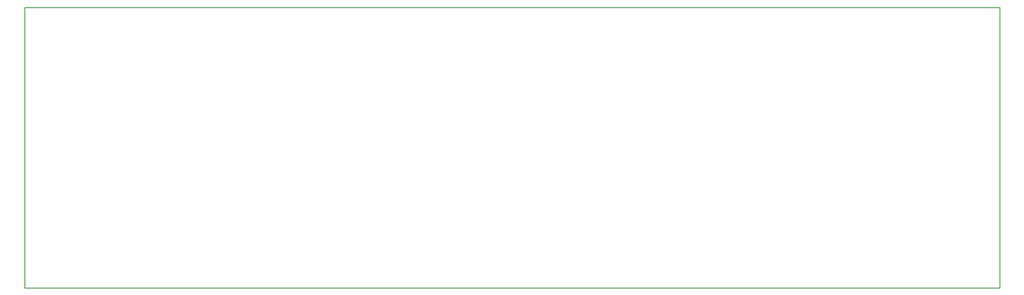
<source format=gbr>
%TF.GenerationSoftware,KiCad,Pcbnew,9.0.4*%
%TF.CreationDate,2025-11-05T17:22:30+05:30*%
%TF.ProjectId,BikeSSv3,42696b65-5353-4763-932e-6b696361645f,rev?*%
%TF.SameCoordinates,Original*%
%TF.FileFunction,Profile,NP*%
%FSLAX46Y46*%
G04 Gerber Fmt 4.6, Leading zero omitted, Abs format (unit mm)*
G04 Created by KiCad (PCBNEW 9.0.4) date 2025-11-05 17:22:30*
%MOMM*%
%LPD*%
G01*
G04 APERTURE LIST*
%TA.AperFunction,Profile*%
%ADD10C,0.050000*%
%TD*%
G04 APERTURE END LIST*
D10*
X181500000Y-36375000D02*
X282750000Y-36375000D01*
X282750000Y-65625000D01*
X181500000Y-65625000D01*
X181500000Y-36375000D01*
M02*

</source>
